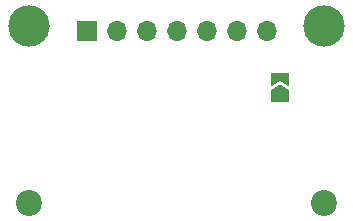
<source format=gbr>
%TF.GenerationSoftware,KiCad,Pcbnew,8.0.5*%
%TF.CreationDate,2024-10-27T10:59:05-07:00*%
%TF.ProjectId,bme688-ezzat-suhaime,626d6536-3838-42d6-957a-7a61742d7375,rev?*%
%TF.SameCoordinates,Original*%
%TF.FileFunction,Soldermask,Bot*%
%TF.FilePolarity,Negative*%
%FSLAX46Y46*%
G04 Gerber Fmt 4.6, Leading zero omitted, Abs format (unit mm)*
G04 Created by KiCad (PCBNEW 8.0.5) date 2024-10-27 10:59:05*
%MOMM*%
%LPD*%
G01*
G04 APERTURE LIST*
G04 Aperture macros list*
%AMFreePoly0*
4,1,6,1.000000,0.000000,0.500000,-0.750000,-0.500000,-0.750000,-0.500000,0.750000,0.500000,0.750000,1.000000,0.000000,1.000000,0.000000,$1*%
%AMFreePoly1*
4,1,6,0.500000,-0.750000,-0.650000,-0.750000,-0.150000,0.000000,-0.650000,0.750000,0.500000,0.750000,0.500000,-0.750000,0.500000,-0.750000,$1*%
G04 Aperture macros list end*
%ADD10C,2.200000*%
%ADD11C,2.600000*%
%ADD12C,3.500000*%
%ADD13R,1.700000X1.700000*%
%ADD14O,1.700000X1.700000*%
%ADD15FreePoly0,90.000000*%
%ADD16FreePoly1,90.000000*%
G04 APERTURE END LIST*
D10*
%TO.C,H3*%
X214500000Y-104500000D03*
%TD*%
%TO.C,H4*%
X239500000Y-104500000D03*
%TD*%
D11*
%TO.C,H1*%
X214500000Y-89500000D03*
D12*
X214500000Y-89500000D03*
%TD*%
D13*
%TO.C,J1*%
X219400000Y-89975000D03*
D14*
X221940000Y-89975000D03*
X224480000Y-89975000D03*
X227020000Y-89975000D03*
X229560000Y-89975000D03*
X232100000Y-89975000D03*
X234640000Y-89975000D03*
%TD*%
D11*
%TO.C,H2*%
X239500000Y-89500000D03*
D12*
X239500000Y-89500000D03*
%TD*%
D15*
%TO.C,JP1*%
X235750000Y-95450000D03*
D16*
X235750000Y-94000000D03*
%TD*%
M02*

</source>
